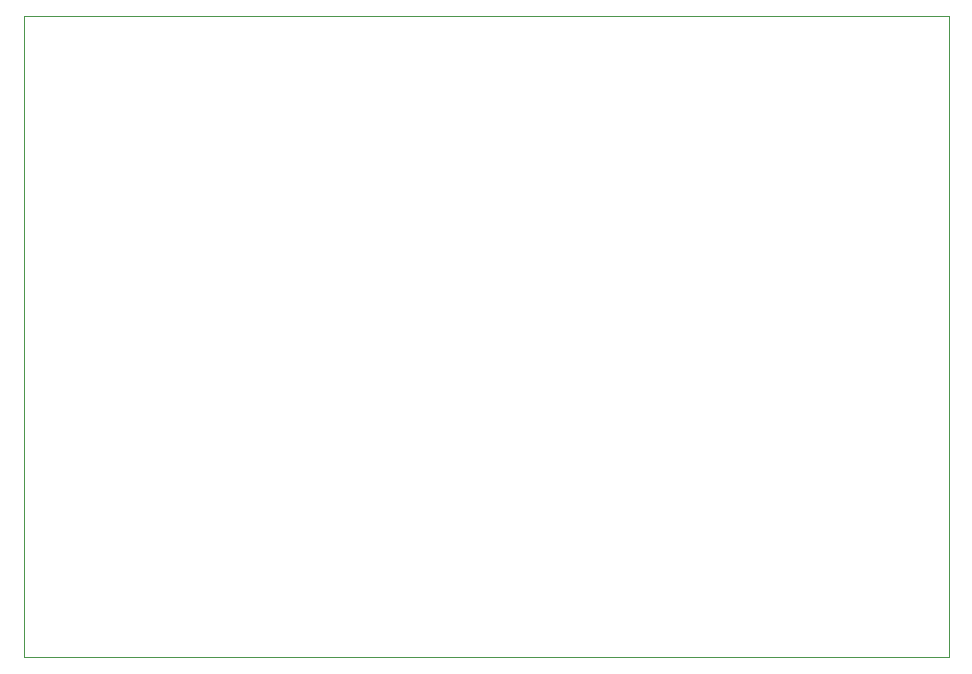
<source format=gbr>
G04 #@! TF.GenerationSoftware,KiCad,Pcbnew,(6.0.11-0)*
G04 #@! TF.CreationDate,2023-07-03T13:35:28+12:00*
G04 #@! TF.ProjectId,molex-adapter,6d6f6c65-782d-4616-9461-707465722e6b,rev?*
G04 #@! TF.SameCoordinates,PX7f50c60PY69db9c0*
G04 #@! TF.FileFunction,Profile,NP*
%FSLAX46Y46*%
G04 Gerber Fmt 4.6, Leading zero omitted, Abs format (unit mm)*
G04 Created by KiCad (PCBNEW (6.0.11-0)) date 2023-07-03 13:35:28*
%MOMM*%
%LPD*%
G01*
G04 APERTURE LIST*
G04 #@! TA.AperFunction,Profile*
%ADD10C,0.100000*%
G04 #@! TD*
G04 APERTURE END LIST*
D10*
X-36990000Y47090000D02*
X41310000Y47090000D01*
X41310000Y47090000D02*
X41310000Y-7200000D01*
X41310000Y-7200000D02*
X-36990000Y-7200000D01*
X-36990000Y-7200000D02*
X-36990000Y47090000D01*
M02*

</source>
